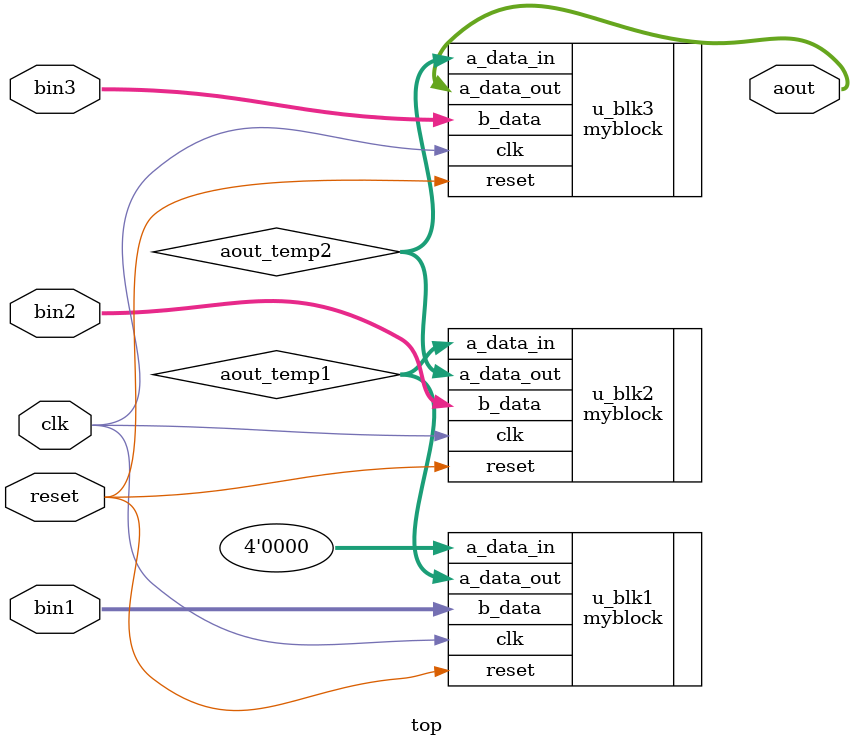
<source format=v>

`timescale 1ns/1ns

module top(clk, reset, bin1, bin2, bin3, aout);

 input clk;
 input reset;
 input [3:0] bin1;
 input [3:0] bin2;
 input [3:0] bin3;
 output [3:0] aout;

 wire [3:0] aout_temp1;
 wire [3:0] aout_temp2;

myblock u_blk1(
 .clk(clk),
 .reset(reset),
 .b_data(bin1),
 .a_data_in(4'b0),
 .a_data_out(aout_temp1)
);
  

myblock u_blk2(
 .clk(clk),
 .reset(reset),
 .b_data(bin2),
 .a_data_in(aout_temp1),
 .a_data_out(aout_temp2)
);

myblock u_blk3(
 .clk(clk),
 .reset(reset),
 .b_data(bin3),
 .a_data_in(aout_temp2),
 .a_data_out(aout)
);

endmodule

</source>
